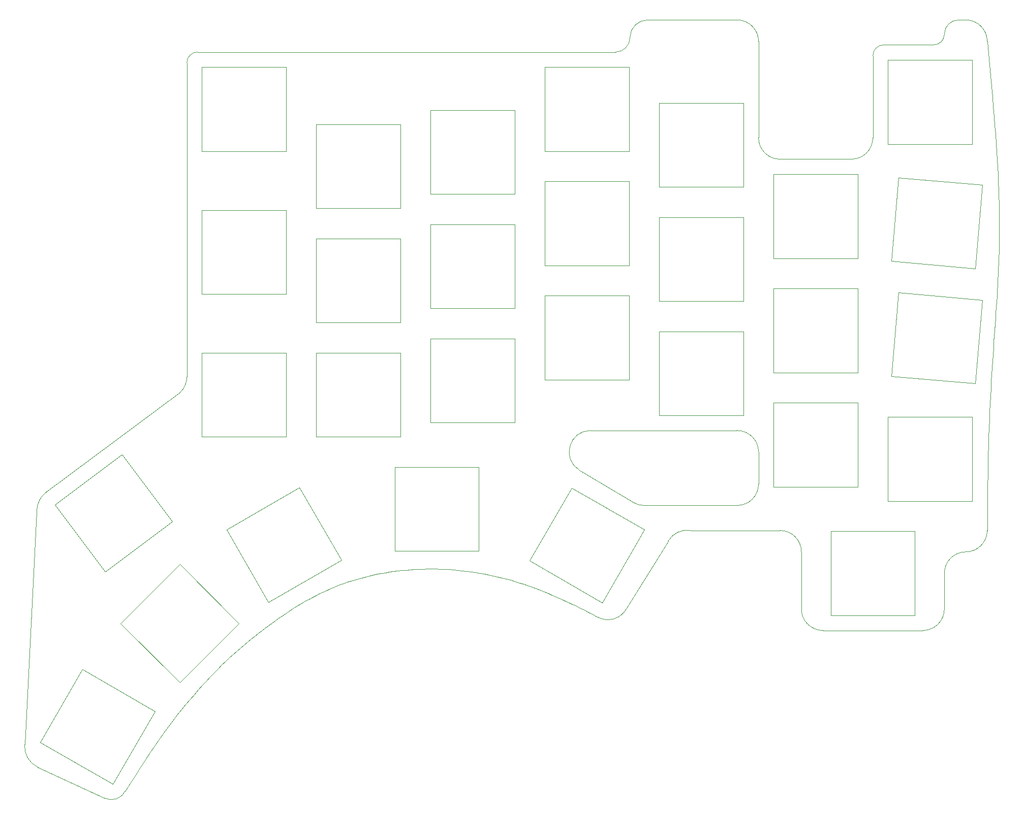
<source format=gbr>
%TF.GenerationSoftware,KiCad,Pcbnew,7.0.2*%
%TF.CreationDate,2023-05-17T13:29:40+02:00*%
%TF.ProjectId,mykeeb_v7a2_top,6d796b65-6562-45f7-9637-61325f746f70,rev?*%
%TF.SameCoordinates,Original*%
%TF.FileFunction,Profile,NP*%
%FSLAX46Y46*%
G04 Gerber Fmt 4.6, Leading zero omitted, Abs format (unit mm)*
G04 Created by KiCad (PCBNEW 7.0.2) date 2023-05-17 13:29:40*
%MOMM*%
%LPD*%
G01*
G04 APERTURE LIST*
%TA.AperFunction,Profile*%
%ADD10C,0.100000*%
%TD*%
%ADD11C,0.100000*%
%TA.AperFunction,Profile*%
%ADD12C,0.120000*%
%TD*%
G04 APERTURE END LIST*
D10*
X177403194Y-238125100D02*
G75*
G03*
X180975000Y-234553000I6J3571800D01*
G01*
X150018829Y-247650208D02*
X150018844Y-238125200D01*
X142875137Y-152995441D02*
G75*
G03*
X139303195Y-149423563I-3571737J141D01*
G01*
D11*
X180975000Y-234553000D02*
X180978399Y-232577541D01*
X180988375Y-230668074D01*
X181004595Y-228822491D01*
X181026724Y-227038688D01*
X181054432Y-225314557D01*
X181087383Y-223647993D01*
X181125245Y-222036890D01*
X181167684Y-220479140D01*
X181214368Y-218972639D01*
X181264964Y-217515280D01*
X181319137Y-216104956D01*
X181376556Y-214739563D01*
X181436886Y-213416992D01*
X181499796Y-212135140D01*
X181564950Y-210891898D01*
X181632017Y-209685161D01*
X181700663Y-208512823D01*
X181770556Y-207372778D01*
X181841361Y-206262920D01*
X181912745Y-205181141D01*
X181984377Y-204125338D01*
X182055921Y-203093402D01*
X182127046Y-202083228D01*
X182197418Y-201092710D01*
X182266703Y-200119741D01*
X182334570Y-199162216D01*
X182400683Y-198218028D01*
X182464712Y-197285072D01*
X182526321Y-196361240D01*
X182585178Y-195444427D01*
X182640951Y-194532527D01*
X182693305Y-193623434D01*
D10*
X161925136Y-169068892D02*
X161925098Y-155376670D01*
X139303242Y-230386120D02*
G75*
G03*
X142875120Y-226814206I-142J3572020D01*
G01*
D11*
X78085200Y-242093500D02*
X78730746Y-241949338D01*
X79383545Y-241814575D01*
X80043291Y-241689306D01*
X80709680Y-241573627D01*
X81382405Y-241467635D01*
X82061163Y-241371425D01*
X82745647Y-241285094D01*
X83435553Y-241208738D01*
X84130576Y-241142453D01*
X84830411Y-241086335D01*
X85534752Y-241040482D01*
X86243295Y-241004987D01*
X86955734Y-240979949D01*
X87671764Y-240965463D01*
X88391081Y-240961624D01*
X89113378Y-240968531D01*
X89838352Y-240986278D01*
X90565697Y-241014961D01*
X91295108Y-241054678D01*
X92026279Y-241105523D01*
X92758906Y-241167594D01*
X93492684Y-241240987D01*
X94227308Y-241325797D01*
X94962471Y-241422121D01*
X95697871Y-241530054D01*
X96433200Y-241649694D01*
X97168155Y-241781137D01*
X97902430Y-241924478D01*
X98635720Y-242079813D01*
X99367720Y-242247239D01*
X100098125Y-242426853D01*
X100826630Y-242618750D01*
D10*
X163711075Y-153590798D02*
G75*
G03*
X161925098Y-155376670I-175J-1785802D01*
G01*
X172045419Y-153590696D02*
G75*
G03*
X173831396Y-151804815I181J1785796D01*
G01*
X142875142Y-221456469D02*
X142875120Y-226814206D01*
D11*
X37402744Y-277959000D02*
X38243105Y-276592657D01*
X39070943Y-275273637D01*
X39886539Y-274000732D01*
X40690176Y-272772734D01*
X41482134Y-271588436D01*
X42262698Y-270446629D01*
X43032148Y-269346106D01*
X43790766Y-268285660D01*
X44538836Y-267264082D01*
X45276638Y-266280164D01*
X46004455Y-265332700D01*
X46722570Y-264420481D01*
X47431263Y-263542300D01*
X48130818Y-262696949D01*
X48821517Y-261883220D01*
X49503640Y-261099906D01*
X50177472Y-260345798D01*
X50843293Y-259619690D01*
X51501386Y-258920372D01*
X52152033Y-258246639D01*
X52795515Y-257597281D01*
X53432116Y-256971091D01*
X54062117Y-256366862D01*
X54685801Y-255783386D01*
X55303449Y-255219455D01*
X55915343Y-254673861D01*
X56521766Y-254145397D01*
X57122999Y-253632854D01*
X57719326Y-253135026D01*
X58311027Y-252650705D01*
X58898385Y-252178681D01*
X59481683Y-251717750D01*
D10*
X33932834Y-279201811D02*
G75*
G03*
X37402743Y-277959000I1105866J2377811D01*
G01*
X176212851Y-149423596D02*
G75*
G03*
X173831396Y-151804815I-251J-2381204D01*
G01*
X115969266Y-248956981D02*
G75*
G03*
X120848539Y-247650208I1786234J3093081D01*
G01*
X153590754Y-251222086D02*
X170259518Y-251222133D01*
X119062600Y-154781391D02*
G75*
G03*
X121443591Y-152400169I-300J2381291D01*
G01*
X49410979Y-154781382D02*
G75*
G03*
X47625002Y-156567296I-99J-1785878D01*
G01*
X142875120Y-152995441D02*
X142875073Y-169068892D01*
X114895409Y-217884566D02*
G75*
G03*
X113057693Y-224519295I1J-3571874D01*
G01*
X158353258Y-172640836D02*
G75*
G03*
X161925136Y-169068892I142J3571736D01*
G01*
X150018814Y-247650208D02*
G75*
G03*
X153590754Y-251222086I3571786J-92D01*
G01*
X24407825Y-228004867D02*
G75*
G03*
X22607999Y-231412198I2325375J-3407333D01*
G01*
X142875030Y-169068892D02*
G75*
G03*
X146446998Y-172640770I3571770J-108D01*
G01*
X120848539Y-247650208D02*
X127832864Y-236314610D01*
X22790864Y-274006711D02*
X33932841Y-279201797D01*
X173831396Y-247650208D02*
X173831316Y-241697078D01*
D11*
X100826630Y-242618750D02*
X101552766Y-242822816D01*
X102275414Y-243038101D01*
X102993291Y-243263445D01*
X103705114Y-243497687D01*
X104409599Y-243739665D01*
X105105465Y-243988220D01*
X105791427Y-244242191D01*
X106466203Y-244500417D01*
X107128510Y-244761739D01*
X107777065Y-245024994D01*
X108410585Y-245289024D01*
X109027786Y-245552666D01*
X109627387Y-245814761D01*
X110208104Y-246074148D01*
X110768654Y-246329666D01*
X111307754Y-246580156D01*
X111824121Y-246824455D01*
X112316472Y-247061405D01*
X112783524Y-247289843D01*
X113223995Y-247508610D01*
X113636600Y-247716545D01*
X114020058Y-247912488D01*
X114373085Y-248095278D01*
X114694399Y-248263753D01*
X114982715Y-248416755D01*
X115236752Y-248553122D01*
X115455227Y-248671693D01*
X115636855Y-248771309D01*
X115780356Y-248850808D01*
X115884444Y-248909029D01*
X115969255Y-248957000D01*
D10*
X124420417Y-149423563D02*
X139303195Y-149423563D01*
X46578847Y-211480560D02*
G75*
G03*
X47625040Y-208954863I-2525917J2525810D01*
G01*
D11*
X59481683Y-251717750D02*
X60061213Y-251266899D01*
X60637319Y-250825914D01*
X61210355Y-250394775D01*
X61780675Y-249973466D01*
X62348633Y-249561967D01*
X62914583Y-249160260D01*
X63478880Y-248768328D01*
X64041878Y-248386152D01*
X64603932Y-248013714D01*
X65165395Y-247650995D01*
X65726621Y-247297978D01*
X66287966Y-246954645D01*
X66849783Y-246620976D01*
X67412426Y-246296955D01*
X67976251Y-245982562D01*
X68541610Y-245677781D01*
X69108858Y-245382592D01*
X69678351Y-245096977D01*
X70250441Y-244820918D01*
X70825483Y-244554397D01*
X71403831Y-244297397D01*
X71985840Y-244049898D01*
X72571864Y-243811882D01*
X73162257Y-243583332D01*
X73757373Y-243364228D01*
X74357567Y-243154554D01*
X74963193Y-242954291D01*
X75574605Y-242763420D01*
X76192157Y-242581924D01*
X76816204Y-242409783D01*
X77447100Y-242246982D01*
X78085200Y-242093500D01*
D10*
X24407833Y-228004879D02*
X46578846Y-211480559D01*
X177403194Y-238125216D02*
G75*
G03*
X173831316Y-241697078I6J-3571884D01*
G01*
X176212851Y-149423563D02*
X177402958Y-149423848D01*
D11*
X182693305Y-193623434D02*
X182741919Y-192715027D01*
X182786523Y-191805140D01*
X182826858Y-190891588D01*
X182862664Y-189972190D01*
X182893683Y-189044764D01*
X182919655Y-188107128D01*
X182940321Y-187157098D01*
X182955423Y-186192495D01*
X182964701Y-185211134D01*
X182967896Y-184210835D01*
X182964749Y-183189414D01*
X182955002Y-182144690D01*
X182938395Y-181074480D01*
X182914669Y-179976603D01*
X182883566Y-178848876D01*
X182844825Y-177689117D01*
X182798189Y-176495144D01*
X182743398Y-175264775D01*
X182680192Y-173995828D01*
X182608314Y-172686120D01*
X182527504Y-171333469D01*
X182437503Y-169935694D01*
X182338052Y-168490611D01*
X182228891Y-166996039D01*
X182109763Y-165449796D01*
X181980408Y-163849700D01*
X181840566Y-162193568D01*
X181689979Y-160479219D01*
X181528388Y-158704469D01*
X181355534Y-156867137D01*
X181171157Y-154965042D01*
X180975000Y-152996000D01*
D10*
X121987383Y-229877121D02*
G75*
G03*
X123825104Y-230386131I1837717J3062921D01*
G01*
X119062600Y-154781380D02*
X49410979Y-154781380D01*
X146446919Y-234553322D02*
X131564173Y-234553323D01*
X131564180Y-234553283D02*
G75*
G03*
X127832865Y-236314610I-595280J-3571917D01*
G01*
X146446998Y-172640770D02*
X158353258Y-172640817D01*
X20611891Y-270253335D02*
G75*
G03*
X22790864Y-274006710I3777209J-316365D01*
G01*
X142875142Y-221456469D02*
G75*
G03*
X139303242Y-217884558I-3571842J69D01*
G01*
X139303242Y-230386131D02*
X123825104Y-230386131D01*
X124420417Y-149423591D02*
G75*
G03*
X121443591Y-152400169I-17J-2976809D01*
G01*
X47625002Y-156567296D02*
X47625040Y-208954863D01*
X139303242Y-217884558D02*
X114895409Y-217884559D01*
X170259518Y-251222096D02*
G75*
G03*
X173831396Y-247650208I82J3571796D01*
G01*
X180975052Y-152996003D02*
G75*
G03*
X177402958Y-149423848I-3571852J303D01*
G01*
X172045419Y-153590731D02*
X163711075Y-153590754D01*
X150018778Y-238125200D02*
G75*
G03*
X146446919Y-234553322I-3571778J100D01*
G01*
X22607999Y-231412198D02*
X20611890Y-270253335D01*
X113057693Y-224519295D02*
X121987388Y-229877113D01*
D12*
%TO.C,S43*%
X54231818Y-234401342D02*
X61231818Y-246525698D01*
X61231818Y-246525698D02*
X73356174Y-239525698D01*
X66356174Y-227401342D02*
X54231818Y-234401342D01*
X73356174Y-239525698D02*
X66356174Y-227401342D01*
%TO.C,S10*%
X164992743Y-189648793D02*
X178939469Y-190868973D01*
X178939469Y-190868973D02*
X180159649Y-176922247D01*
X166212923Y-175702067D02*
X164992743Y-189648793D01*
X180159649Y-176922247D02*
X166212923Y-175702067D01*
%TO.C,S12*%
X140350096Y-177259520D02*
X140350096Y-163259520D01*
X140350096Y-163259520D02*
X126350096Y-163259520D01*
X126350096Y-177259520D02*
X140350096Y-177259520D01*
X126350096Y-163259520D02*
X126350096Y-177259520D01*
%TO.C,S21*%
X145400096Y-194215820D02*
X145400096Y-208215820D01*
X145400096Y-208215820D02*
X159400096Y-208215820D01*
X159400096Y-194215820D02*
X145400096Y-194215820D01*
X159400096Y-208215820D02*
X159400096Y-194215820D01*
%TO.C,S14*%
X102250096Y-178450220D02*
X102250096Y-164450220D01*
X102250096Y-164450220D02*
X88250096Y-164450220D01*
X88250096Y-178450220D02*
X102250096Y-178450220D01*
X88250096Y-164450220D02*
X88250096Y-178450220D01*
%TO.C,S31*%
X145400096Y-213265820D02*
X145400096Y-227265820D01*
X145400096Y-227265820D02*
X159400096Y-227265820D01*
X159400096Y-213265820D02*
X145400096Y-213265820D01*
X159400096Y-227265820D02*
X159400096Y-213265820D01*
%TO.C,S30*%
X164450096Y-229647020D02*
X178450096Y-229647020D01*
X178450096Y-229647020D02*
X178450096Y-215647020D01*
X164450096Y-215647020D02*
X164450096Y-229647020D01*
X178450096Y-215647020D02*
X164450096Y-215647020D01*
%TO.C,S0*%
X164450096Y-170115820D02*
X178450096Y-170115820D01*
X178450096Y-170115820D02*
X178450096Y-156115820D01*
X164450096Y-156115820D02*
X164450096Y-170115820D01*
X178450096Y-156115820D02*
X164450096Y-156115820D01*
%TO.C,S42*%
X82296896Y-223981520D02*
X82296896Y-237981520D01*
X82296896Y-237981520D02*
X96296896Y-237981520D01*
X96296896Y-223981520D02*
X82296896Y-223981520D01*
X96296896Y-237981520D02*
X96296896Y-223981520D01*
%TO.C,S4*%
X64149996Y-204931520D02*
X50149996Y-204931520D01*
X50149996Y-204931520D02*
X50149996Y-218931520D01*
X64149996Y-218931520D02*
X64149996Y-204931520D01*
X50149996Y-218931520D02*
X64149996Y-218931520D01*
%TO.C,S44*%
X36534901Y-250031420D02*
X46434396Y-259930915D01*
X46434396Y-259930915D02*
X56333891Y-250031420D01*
X46434396Y-240131925D02*
X36534901Y-250031420D01*
X56333891Y-250031420D02*
X46434396Y-240131925D01*
%TO.C,S45*%
X23179918Y-269857798D02*
X35304274Y-276857798D01*
X35304274Y-276857798D02*
X42304274Y-264733442D01*
X30179918Y-257733442D02*
X23179918Y-269857798D01*
X42304274Y-264733442D02*
X30179918Y-257733442D01*
%TO.C,S5*%
X45215950Y-233041863D02*
X36790539Y-221860966D01*
X36790539Y-221860966D02*
X25609642Y-230286377D01*
X34035053Y-241467274D02*
X45215950Y-233041863D01*
X25609642Y-230286377D02*
X34035053Y-241467274D01*
%TO.C,S35*%
X69200096Y-204931420D02*
X69200096Y-218931420D01*
X69200096Y-218931420D02*
X83200096Y-218931420D01*
X83200096Y-204931420D02*
X69200096Y-204931420D01*
X83200096Y-218931420D02*
X83200096Y-204931420D01*
%TO.C,S33*%
X107300096Y-195406420D02*
X107300096Y-209406420D01*
X107300096Y-209406420D02*
X121300096Y-209406420D01*
X121300096Y-195406420D02*
X107300096Y-195406420D01*
X121300096Y-209406420D02*
X121300096Y-195406420D01*
%TO.C,S24*%
X88250096Y-183500220D02*
X88250096Y-197500220D01*
X88250096Y-197500220D02*
X102250096Y-197500220D01*
X102250096Y-183500220D02*
X88250096Y-183500220D01*
X102250096Y-197500220D02*
X102250096Y-183500220D01*
%TO.C,S25*%
X69200096Y-185881420D02*
X69200096Y-199881420D01*
X69200096Y-199881420D02*
X83200096Y-199881420D01*
X83200096Y-185881420D02*
X69200096Y-185881420D01*
X83200096Y-199881420D02*
X83200096Y-185881420D01*
%TO.C,S23*%
X107300096Y-176356420D02*
X107300096Y-190356420D01*
X107300096Y-190356420D02*
X121300096Y-190356420D01*
X121300096Y-176356420D02*
X107300096Y-176356420D01*
X121300096Y-190356420D02*
X121300096Y-176356420D01*
%TO.C,S22*%
X126350096Y-182309520D02*
X126350096Y-196309520D01*
X126350096Y-196309520D02*
X140350096Y-196309520D01*
X140350096Y-182309520D02*
X126350096Y-182309520D01*
X140350096Y-196309520D02*
X140350096Y-182309520D01*
%TO.C,S2*%
X64150096Y-157306420D02*
X50150096Y-157306420D01*
X50150096Y-157306420D02*
X50150096Y-171306420D01*
X64150096Y-171306420D02*
X64150096Y-157306420D01*
X50150096Y-171306420D02*
X64150096Y-171306420D01*
%TO.C,S15*%
X83200096Y-180831420D02*
X83200096Y-166831420D01*
X83200096Y-166831420D02*
X69200096Y-166831420D01*
X69200096Y-180831420D02*
X83200096Y-180831420D01*
X69200096Y-166831420D02*
X69200096Y-180831420D01*
%TO.C,S34*%
X88250096Y-202550220D02*
X88250096Y-216550220D01*
X88250096Y-216550220D02*
X102250096Y-216550220D01*
X102250096Y-202550220D02*
X88250096Y-202550220D01*
X102250096Y-216550220D02*
X102250096Y-202550220D01*
%TO.C,S32*%
X126350096Y-201359520D02*
X126350096Y-215359520D01*
X126350096Y-215359520D02*
X140350096Y-215359520D01*
X140350096Y-201359520D02*
X126350096Y-201359520D01*
X140350096Y-215359520D02*
X140350096Y-201359520D01*
%TO.C,S20*%
X164992743Y-208831593D02*
X178939469Y-210051773D01*
X178939469Y-210051773D02*
X180159649Y-196105047D01*
X166212923Y-194884867D02*
X164992743Y-208831593D01*
X180159649Y-196105047D02*
X166212923Y-194884867D01*
%TO.C,S3*%
X64150096Y-181118920D02*
X50150096Y-181118920D01*
X50150096Y-181118920D02*
X50150096Y-195118920D01*
X64150096Y-195118920D02*
X64150096Y-181118920D01*
X50150096Y-195118920D02*
X64150096Y-195118920D01*
%TO.C,S41*%
X111737818Y-227443542D02*
X104737818Y-239567898D01*
X104737818Y-239567898D02*
X116862174Y-246567898D01*
X123862174Y-234443542D02*
X111737818Y-227443542D01*
X116862174Y-246567898D02*
X123862174Y-234443542D01*
%TO.C,S40*%
X154925096Y-234697120D02*
X154925096Y-248697120D01*
X154925096Y-248697120D02*
X168925096Y-248697120D01*
X168925096Y-234697120D02*
X154925096Y-234697120D01*
X168925096Y-248697120D02*
X168925096Y-234697120D01*
%TO.C,S11*%
X159400096Y-189165820D02*
X159400096Y-175165820D01*
X159400096Y-175165820D02*
X145400096Y-175165820D01*
X145400096Y-189165820D02*
X159400096Y-189165820D01*
X145400096Y-175165820D02*
X145400096Y-189165820D01*
%TO.C,S13*%
X121300096Y-171306420D02*
X121300096Y-157306420D01*
X121300096Y-157306420D02*
X107300096Y-157306420D01*
X107300096Y-171306420D02*
X121300096Y-171306420D01*
X107300096Y-157306420D02*
X107300096Y-171306420D01*
%TD*%
M02*

</source>
